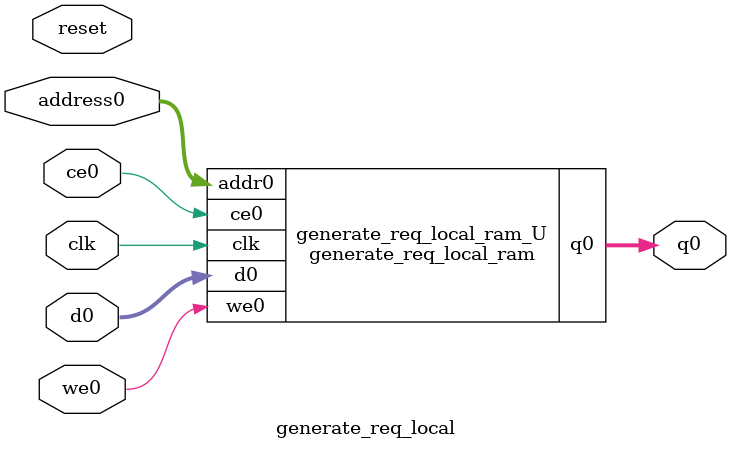
<source format=v>
`timescale 1 ns / 1 ps
module generate_req_local_ram (addr0, ce0, d0, we0, q0,  clk);

parameter DWIDTH = 32;
parameter AWIDTH = 11;
parameter MEM_SIZE = 1080;

input[AWIDTH-1:0] addr0;
input ce0;
input[DWIDTH-1:0] d0;
input we0;
output reg[DWIDTH-1:0] q0;
input clk;

(* ram_style = "block" *)reg [DWIDTH-1:0] ram[0:MEM_SIZE-1];




always @(posedge clk)  
begin 
    if (ce0) begin
        if (we0) 
            ram[addr0] <= d0; 
        q0 <= ram[addr0];
    end
end


endmodule

`timescale 1 ns / 1 ps
module generate_req_local(
    reset,
    clk,
    address0,
    ce0,
    we0,
    d0,
    q0);

parameter DataWidth = 32'd32;
parameter AddressRange = 32'd1080;
parameter AddressWidth = 32'd11;
input reset;
input clk;
input[AddressWidth - 1:0] address0;
input ce0;
input we0;
input[DataWidth - 1:0] d0;
output[DataWidth - 1:0] q0;



generate_req_local_ram generate_req_local_ram_U(
    .clk( clk ),
    .addr0( address0 ),
    .ce0( ce0 ),
    .we0( we0 ),
    .d0( d0 ),
    .q0( q0 ));

endmodule


</source>
